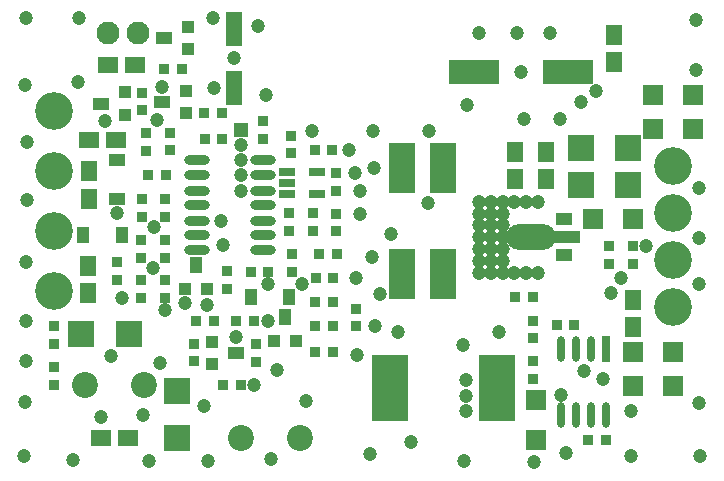
<source format=gts>
%FSLAX42Y42*%
%MOMM*%
G71*
G01*
G75*
%ADD10C,0.25*%
%ADD11R,2.00X2.00*%
%ADD12R,1.25X1.50*%
%ADD13R,4.00X1.80*%
%ADD14R,2.00X4.00*%
%ADD15R,0.75X0.75*%
%ADD16R,1.25X2.80*%
%ADD17R,1.50X1.25*%
%ADD18R,0.91X0.91*%
%ADD19O,2.00X0.60*%
%ADD20R,0.91X1.27*%
%ADD21R,1.25X0.90*%
%ADD22R,0.90X1.25*%
%ADD23R,1.27X0.91*%
%ADD24O,4.00X2.00*%
%ADD25R,2.55X0.90*%
%ADD26O,0.50X2.00*%
%ADD27R,0.50X2.00*%
%ADD28R,1.27X0.51*%
%ADD29R,2.90X5.40*%
%ADD30R,1.50X1.50*%
%ADD31C,0.40*%
%ADD32C,0.25*%
%ADD33C,1.00*%
%ADD34C,1.50*%
%ADD35C,1.25*%
%ADD36C,2.00*%
%ADD37C,1.20*%
%ADD38R,3.48X3.98*%
%ADD39R,7.20X7.85*%
%ADD40R,4.13X2.98*%
%ADD41C,2.00*%
%ADD42R,1.00X1.00*%
%ADD43C,1.00*%
%ADD44C,1.75*%
%ADD45C,3.00*%
%ADD46C,0.30*%
%ADD47R,13.72X11.55*%
%ADD48R,2.02X3.98*%
%ADD49R,2.20X2.20*%
%ADD50R,1.45X1.70*%
%ADD51R,4.20X2.00*%
%ADD52R,2.20X4.20*%
%ADD53R,0.95X0.95*%
%ADD54R,1.45X3.00*%
%ADD55R,1.70X1.45*%
%ADD56R,1.11X1.11*%
%ADD57O,2.20X0.80*%
%ADD58R,1.11X1.47*%
%ADD59R,1.45X1.10*%
%ADD60R,1.10X1.45*%
%ADD61R,1.47X1.11*%
%ADD62O,4.20X2.20*%
%ADD63R,2.75X1.10*%
%ADD64O,0.70X2.20*%
%ADD65R,0.70X2.20*%
%ADD66R,1.47X0.71*%
%ADD67R,3.10X5.60*%
%ADD68R,1.70X1.70*%
%ADD69C,2.20*%
%ADD70R,1.20X1.20*%
%ADD71C,1.20*%
%ADD72C,1.95*%
%ADD73C,3.20*%
D49*
X632Y1180D02*
D03*
X1032D02*
D03*
X4862Y2752D02*
D03*
X5262D02*
D03*
X1440Y300D02*
D03*
Y700D02*
D03*
X5262Y2445D02*
D03*
X4862D02*
D03*
D50*
X5145Y3483D02*
D03*
Y3712D02*
D03*
X700Y2558D02*
D03*
Y2327D02*
D03*
X688Y1525D02*
D03*
Y1755D02*
D03*
X4565Y2495D02*
D03*
Y2725D02*
D03*
X4303Y2495D02*
D03*
Y2725D02*
D03*
X5300Y1468D02*
D03*
Y1238D02*
D03*
D51*
X3955Y3395D02*
D03*
X4755D02*
D03*
D52*
X3695Y1685D02*
D03*
X3345D02*
D03*
X3695Y2585D02*
D03*
X3345D02*
D03*
D53*
X4455Y948D02*
D03*
Y797D02*
D03*
X2792Y2542D02*
D03*
Y2392D02*
D03*
X4658Y1255D02*
D03*
X4808D02*
D03*
X4922Y280D02*
D03*
X5072D02*
D03*
X2412Y1708D02*
D03*
Y1858D02*
D03*
X1150Y3225D02*
D03*
Y3075D02*
D03*
X2798Y1855D02*
D03*
X2648D02*
D03*
X2767Y1652D02*
D03*
X2617D02*
D03*
X5300Y1925D02*
D03*
X2762Y1027D02*
D03*
X2612D02*
D03*
X2108Y1095D02*
D03*
Y945D02*
D03*
X4305Y1490D02*
D03*
X4455D02*
D03*
X2612Y1448D02*
D03*
X2762D02*
D03*
Y1245D02*
D03*
X2612D02*
D03*
X4455Y1143D02*
D03*
Y1293D02*
D03*
X5100Y1925D02*
D03*
X1590Y1098D02*
D03*
Y948D02*
D03*
X2962Y1395D02*
D03*
Y1245D02*
D03*
X2792Y2050D02*
D03*
Y2200D02*
D03*
X2590Y2202D02*
D03*
Y2052D02*
D03*
X2758Y2735D02*
D03*
X2408Y2860D02*
D03*
X1752Y1293D02*
D03*
X1602D02*
D03*
X1482Y3422D02*
D03*
X1332D02*
D03*
X1820Y3048D02*
D03*
X1670D02*
D03*
X1380Y2735D02*
D03*
Y2885D02*
D03*
X1198Y2525D02*
D03*
X1348D02*
D03*
X1345Y2173D02*
D03*
Y2323D02*
D03*
X1140Y1827D02*
D03*
Y1977D02*
D03*
X1343Y1485D02*
D03*
Y1635D02*
D03*
X2095Y1293D02*
D03*
X1945D02*
D03*
X1143Y2173D02*
D03*
Y2323D02*
D03*
X1343Y1827D02*
D03*
Y1977D02*
D03*
X1867Y1710D02*
D03*
Y1560D02*
D03*
X938Y1640D02*
D03*
Y1790D02*
D03*
X1140Y1485D02*
D03*
Y1635D02*
D03*
X2215Y1708D02*
D03*
X2065D02*
D03*
X1677Y2830D02*
D03*
X1827D02*
D03*
X1177Y2883D02*
D03*
Y2733D02*
D03*
X2167Y2985D02*
D03*
Y2835D02*
D03*
X400Y1095D02*
D03*
Y1245D02*
D03*
Y750D02*
D03*
Y900D02*
D03*
X1833Y750D02*
D03*
X1983D02*
D03*
X2608Y2735D02*
D03*
X2408Y2710D02*
D03*
X2388Y2052D02*
D03*
Y2202D02*
D03*
X5300Y1775D02*
D03*
X5100D02*
D03*
D54*
X1923Y3760D02*
D03*
Y3260D02*
D03*
D55*
X1088Y3458D02*
D03*
X700Y2827D02*
D03*
X930D02*
D03*
X857Y3458D02*
D03*
X800Y300D02*
D03*
X1030D02*
D03*
D56*
X1005Y3226D02*
D03*
X1700Y1560D02*
D03*
X1510D02*
D03*
X1005Y3035D02*
D03*
X1740Y1115D02*
D03*
Y924D02*
D03*
X2260Y1120D02*
D03*
X2450D02*
D03*
X1518Y3048D02*
D03*
Y3238D02*
D03*
X1535Y3590D02*
D03*
Y3781D02*
D03*
D57*
X2170Y2525D02*
D03*
Y2395D02*
D03*
X1610D02*
D03*
Y2525D02*
D03*
Y2650D02*
D03*
Y2270D02*
D03*
Y2140D02*
D03*
Y2015D02*
D03*
Y1890D02*
D03*
X2170D02*
D03*
Y2015D02*
D03*
Y2140D02*
D03*
Y2270D02*
D03*
Y2650D02*
D03*
D58*
X1607Y1763D02*
D03*
X2357Y1323D02*
D03*
D59*
X938Y2325D02*
D03*
Y2650D02*
D03*
X4722Y1852D02*
D03*
Y2152D02*
D03*
D60*
X650Y2020D02*
D03*
X975D02*
D03*
X2390Y1495D02*
D03*
X2065D02*
D03*
D61*
X802Y3132D02*
D03*
X1943Y1018D02*
D03*
X1314Y3144D02*
D03*
X1332Y3687D02*
D03*
D62*
X4442Y2002D02*
D03*
D63*
X4722D02*
D03*
D64*
X5072Y495D02*
D03*
X4947D02*
D03*
X4817D02*
D03*
X4692D02*
D03*
Y1055D02*
D03*
X4817D02*
D03*
X4947D02*
D03*
D65*
X5072D02*
D03*
D66*
X2373Y2552D02*
D03*
Y2458D02*
D03*
Y2362D02*
D03*
X2627D02*
D03*
Y2552D02*
D03*
D67*
X3250Y720D02*
D03*
X4153D02*
D03*
D68*
X4965Y2152D02*
D03*
X5305D02*
D03*
X4480Y620D02*
D03*
Y280D02*
D03*
X5472Y3205D02*
D03*
X5812D02*
D03*
X5303Y743D02*
D03*
X5642D02*
D03*
X5812Y2920D02*
D03*
X5472D02*
D03*
X5642Y1025D02*
D03*
X5303D02*
D03*
D69*
X1985Y300D02*
D03*
X2485D02*
D03*
X1160Y750D02*
D03*
X660D02*
D03*
D70*
X1985Y2905D02*
D03*
D71*
Y2777D02*
D03*
Y2650D02*
D03*
Y2523D02*
D03*
Y2395D02*
D03*
X4200Y1800D02*
D03*
Y1900D02*
D03*
Y2000D02*
D03*
Y2100D02*
D03*
Y2200D02*
D03*
X4500Y1700D02*
D03*
X4400D02*
D03*
X4300D02*
D03*
X4200D02*
D03*
Y2300D02*
D03*
X4300D02*
D03*
X4400D02*
D03*
X4500D02*
D03*
X4100Y1700D02*
D03*
Y1800D02*
D03*
Y1900D02*
D03*
Y2000D02*
D03*
Y2100D02*
D03*
Y2200D02*
D03*
Y2300D02*
D03*
X4000Y1700D02*
D03*
Y1800D02*
D03*
Y1900D02*
D03*
Y2000D02*
D03*
Y2100D02*
D03*
Y2200D02*
D03*
Y2300D02*
D03*
X3317Y1200D02*
D03*
X3117Y1245D02*
D03*
X2098Y750D02*
D03*
X2902Y2735D02*
D03*
X2962Y1652D02*
D03*
X3110Y2583D02*
D03*
X2992Y2392D02*
D03*
X4692Y668D02*
D03*
X3867Y1090D02*
D03*
X1277Y2992D02*
D03*
X1700Y1430D02*
D03*
X1343Y1380D02*
D03*
X938Y2205D02*
D03*
X1812Y2140D02*
D03*
X1314Y3274D02*
D03*
X1245Y2083D02*
D03*
X975Y1485D02*
D03*
X1510Y1445D02*
D03*
X5200Y1655D02*
D03*
X4867Y3148D02*
D03*
X5053Y802D02*
D03*
X3888Y657D02*
D03*
Y788D02*
D03*
Y528D02*
D03*
X2130Y3785D02*
D03*
X1923Y3515D02*
D03*
X2198Y3200D02*
D03*
X2215Y1600D02*
D03*
X2285Y875D02*
D03*
X1945Y1157D02*
D03*
X1675Y575D02*
D03*
X607Y3317D02*
D03*
X2967Y1002D02*
D03*
X1295Y932D02*
D03*
X880Y993D02*
D03*
X2212Y1293D02*
D03*
X1155Y495D02*
D03*
X1240Y1738D02*
D03*
X2995Y2200D02*
D03*
X3258Y2030D02*
D03*
X3565Y2292D02*
D03*
X4380Y2998D02*
D03*
X4000Y3725D02*
D03*
X4600D02*
D03*
X3897Y3123D02*
D03*
X5860Y2415D02*
D03*
X4317Y3730D02*
D03*
X4688Y3005D02*
D03*
X4353Y3400D02*
D03*
X4990Y3235D02*
D03*
X5835Y3838D02*
D03*
X5417Y1925D02*
D03*
X5870Y145D02*
D03*
X5858Y1992D02*
D03*
X4885Y865D02*
D03*
X5865Y595D02*
D03*
X5120Y1525D02*
D03*
X3875Y108D02*
D03*
X3090Y1835D02*
D03*
X4462Y93D02*
D03*
X2948Y2540D02*
D03*
X4167Y1200D02*
D03*
X4740Y177D02*
D03*
X5290Y530D02*
D03*
Y145D02*
D03*
X3425Y262D02*
D03*
X2538Y612D02*
D03*
X800Y478D02*
D03*
X5865Y1602D02*
D03*
X1760Y3265D02*
D03*
X1830Y1933D02*
D03*
X5835Y3415D02*
D03*
X173Y2808D02*
D03*
Y2315D02*
D03*
X167Y1792D02*
D03*
Y1293D02*
D03*
X160Y952D02*
D03*
X155Y607D02*
D03*
X150Y148D02*
D03*
X562Y115D02*
D03*
X155Y3285D02*
D03*
X160Y3855D02*
D03*
X610D02*
D03*
X1745D02*
D03*
X3572Y2895D02*
D03*
X3102D02*
D03*
X2585D02*
D03*
X2240Y125D02*
D03*
X1708Y108D02*
D03*
X1202D02*
D03*
X3080Y162D02*
D03*
X3160Y1523D02*
D03*
X2502Y1602D02*
D03*
X830Y2988D02*
D03*
D72*
X1112Y3728D02*
D03*
X857D02*
D03*
D73*
X5645Y2605D02*
D03*
Y2205D02*
D03*
Y1805D02*
D03*
Y1405D02*
D03*
X400Y1543D02*
D03*
Y2052D02*
D03*
Y2558D02*
D03*
Y3067D02*
D03*
M02*

</source>
